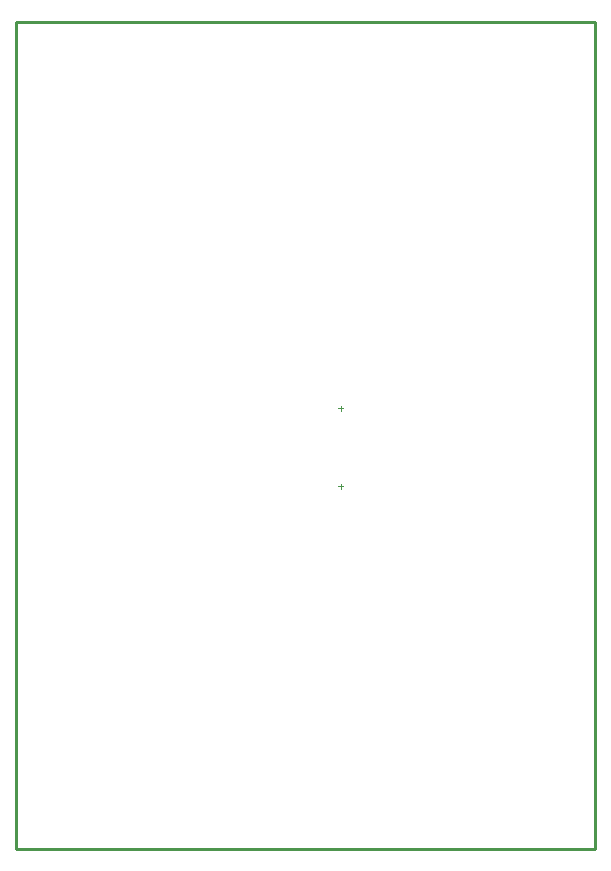
<source format=gm1>
G04*
G04 #@! TF.GenerationSoftware,Altium Limited,Altium Designer,20.0.14 (345)*
G04*
G04 Layer_Color=16711935*
%FSLAX44Y44*%
%MOMM*%
G71*
G01*
G75*
%ADD11C,0.2540*%
%ADD41C,0.1000*%
D11*
Y700000D01*
Y0D02*
X490000D01*
Y560000D01*
Y700000D01*
X0D02*
X490000D01*
D41*
X275000Y371000D02*
Y375000D01*
X273000Y373000D02*
X277000D01*
X275000Y305000D02*
Y309000D01*
X273000Y307000D02*
X277000D01*
M02*

</source>
